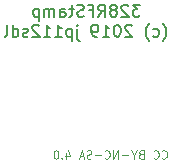
<source format=gbr>
G04 #@! TF.GenerationSoftware,KiCad,Pcbnew,(5.1.4-0-10_14)*
G04 #@! TF.CreationDate,2019-10-28T18:43:38+01:00*
G04 #@! TF.ProjectId,328RFStamp,33323852-4653-4746-916d-702e6b696361,rev?*
G04 #@! TF.SameCoordinates,Original*
G04 #@! TF.FileFunction,Legend,Bot*
G04 #@! TF.FilePolarity,Positive*
%FSLAX46Y46*%
G04 Gerber Fmt 4.6, Leading zero omitted, Abs format (unit mm)*
G04 Created by KiCad (PCBNEW (5.1.4-0-10_14)) date 2019-10-28 18:43:38*
%MOMM*%
%LPD*%
G04 APERTURE LIST*
%ADD10C,0.100000*%
%ADD11C,0.200000*%
G04 APERTURE END LIST*
D10*
X54023666Y-59241500D02*
X54057000Y-59274833D01*
X54157000Y-59308166D01*
X54223666Y-59308166D01*
X54323666Y-59274833D01*
X54390333Y-59208166D01*
X54423666Y-59141500D01*
X54457000Y-59008166D01*
X54457000Y-58908166D01*
X54423666Y-58774833D01*
X54390333Y-58708166D01*
X54323666Y-58641500D01*
X54223666Y-58608166D01*
X54157000Y-58608166D01*
X54057000Y-58641500D01*
X54023666Y-58674833D01*
X53323666Y-59241500D02*
X53357000Y-59274833D01*
X53457000Y-59308166D01*
X53523666Y-59308166D01*
X53623666Y-59274833D01*
X53690333Y-59208166D01*
X53723666Y-59141500D01*
X53757000Y-59008166D01*
X53757000Y-58908166D01*
X53723666Y-58774833D01*
X53690333Y-58708166D01*
X53623666Y-58641500D01*
X53523666Y-58608166D01*
X53457000Y-58608166D01*
X53357000Y-58641500D01*
X53323666Y-58674833D01*
X52257000Y-58941500D02*
X52157000Y-58974833D01*
X52123666Y-59008166D01*
X52090333Y-59074833D01*
X52090333Y-59174833D01*
X52123666Y-59241500D01*
X52157000Y-59274833D01*
X52223666Y-59308166D01*
X52490333Y-59308166D01*
X52490333Y-58608166D01*
X52257000Y-58608166D01*
X52190333Y-58641500D01*
X52157000Y-58674833D01*
X52123666Y-58741500D01*
X52123666Y-58808166D01*
X52157000Y-58874833D01*
X52190333Y-58908166D01*
X52257000Y-58941500D01*
X52490333Y-58941500D01*
X51657000Y-58974833D02*
X51657000Y-59308166D01*
X51890333Y-58608166D02*
X51657000Y-58974833D01*
X51423666Y-58608166D01*
X51190333Y-59041500D02*
X50657000Y-59041500D01*
X50323666Y-59308166D02*
X50323666Y-58608166D01*
X49923666Y-59308166D01*
X49923666Y-58608166D01*
X49190333Y-59241500D02*
X49223666Y-59274833D01*
X49323666Y-59308166D01*
X49390333Y-59308166D01*
X49490333Y-59274833D01*
X49557000Y-59208166D01*
X49590333Y-59141500D01*
X49623666Y-59008166D01*
X49623666Y-58908166D01*
X49590333Y-58774833D01*
X49557000Y-58708166D01*
X49490333Y-58641500D01*
X49390333Y-58608166D01*
X49323666Y-58608166D01*
X49223666Y-58641500D01*
X49190333Y-58674833D01*
X48890333Y-59041500D02*
X48357000Y-59041500D01*
X48057000Y-59274833D02*
X47957000Y-59308166D01*
X47790333Y-59308166D01*
X47723666Y-59274833D01*
X47690333Y-59241500D01*
X47657000Y-59174833D01*
X47657000Y-59108166D01*
X47690333Y-59041500D01*
X47723666Y-59008166D01*
X47790333Y-58974833D01*
X47923666Y-58941500D01*
X47990333Y-58908166D01*
X48023666Y-58874833D01*
X48057000Y-58808166D01*
X48057000Y-58741500D01*
X48023666Y-58674833D01*
X47990333Y-58641500D01*
X47923666Y-58608166D01*
X47757000Y-58608166D01*
X47657000Y-58641500D01*
X47390333Y-59108166D02*
X47057000Y-59108166D01*
X47457000Y-59308166D02*
X47223666Y-58608166D01*
X46990333Y-59308166D01*
X45923666Y-58841500D02*
X45923666Y-59308166D01*
X46090333Y-58574833D02*
X46257000Y-59074833D01*
X45823666Y-59074833D01*
X45557000Y-59241500D02*
X45523666Y-59274833D01*
X45557000Y-59308166D01*
X45590333Y-59274833D01*
X45557000Y-59241500D01*
X45557000Y-59308166D01*
X45090333Y-58608166D02*
X45023666Y-58608166D01*
X44957000Y-58641500D01*
X44923666Y-58674833D01*
X44890333Y-58741500D01*
X44857000Y-58874833D01*
X44857000Y-59041500D01*
X44890333Y-59174833D01*
X44923666Y-59241500D01*
X44957000Y-59274833D01*
X45023666Y-59308166D01*
X45090333Y-59308166D01*
X45157000Y-59274833D01*
X45190333Y-59241500D01*
X45223666Y-59174833D01*
X45257000Y-59041500D01*
X45257000Y-58874833D01*
X45223666Y-58741500D01*
X45190333Y-58674833D01*
X45157000Y-58641500D01*
X45090333Y-58608166D01*
D11*
X52172619Y-46290880D02*
X51553571Y-46290880D01*
X51886904Y-46671833D01*
X51744047Y-46671833D01*
X51648809Y-46719452D01*
X51601190Y-46767071D01*
X51553571Y-46862309D01*
X51553571Y-47100404D01*
X51601190Y-47195642D01*
X51648809Y-47243261D01*
X51744047Y-47290880D01*
X52029761Y-47290880D01*
X52125000Y-47243261D01*
X52172619Y-47195642D01*
X51172619Y-46386119D02*
X51125000Y-46338500D01*
X51029761Y-46290880D01*
X50791666Y-46290880D01*
X50696428Y-46338500D01*
X50648809Y-46386119D01*
X50601190Y-46481357D01*
X50601190Y-46576595D01*
X50648809Y-46719452D01*
X51220238Y-47290880D01*
X50601190Y-47290880D01*
X50029761Y-46719452D02*
X50125000Y-46671833D01*
X50172619Y-46624214D01*
X50220238Y-46528976D01*
X50220238Y-46481357D01*
X50172619Y-46386119D01*
X50125000Y-46338500D01*
X50029761Y-46290880D01*
X49839285Y-46290880D01*
X49744047Y-46338500D01*
X49696428Y-46386119D01*
X49648809Y-46481357D01*
X49648809Y-46528976D01*
X49696428Y-46624214D01*
X49744047Y-46671833D01*
X49839285Y-46719452D01*
X50029761Y-46719452D01*
X50125000Y-46767071D01*
X50172619Y-46814690D01*
X50220238Y-46909928D01*
X50220238Y-47100404D01*
X50172619Y-47195642D01*
X50125000Y-47243261D01*
X50029761Y-47290880D01*
X49839285Y-47290880D01*
X49744047Y-47243261D01*
X49696428Y-47195642D01*
X49648809Y-47100404D01*
X49648809Y-46909928D01*
X49696428Y-46814690D01*
X49744047Y-46767071D01*
X49839285Y-46719452D01*
X48648809Y-47290880D02*
X48982142Y-46814690D01*
X49220238Y-47290880D02*
X49220238Y-46290880D01*
X48839285Y-46290880D01*
X48744047Y-46338500D01*
X48696428Y-46386119D01*
X48648809Y-46481357D01*
X48648809Y-46624214D01*
X48696428Y-46719452D01*
X48744047Y-46767071D01*
X48839285Y-46814690D01*
X49220238Y-46814690D01*
X47886904Y-46767071D02*
X48220238Y-46767071D01*
X48220238Y-47290880D02*
X48220238Y-46290880D01*
X47744047Y-46290880D01*
X47410714Y-47243261D02*
X47267857Y-47290880D01*
X47029761Y-47290880D01*
X46934523Y-47243261D01*
X46886904Y-47195642D01*
X46839285Y-47100404D01*
X46839285Y-47005166D01*
X46886904Y-46909928D01*
X46934523Y-46862309D01*
X47029761Y-46814690D01*
X47220238Y-46767071D01*
X47315476Y-46719452D01*
X47363095Y-46671833D01*
X47410714Y-46576595D01*
X47410714Y-46481357D01*
X47363095Y-46386119D01*
X47315476Y-46338500D01*
X47220238Y-46290880D01*
X46982142Y-46290880D01*
X46839285Y-46338500D01*
X46553571Y-46624214D02*
X46172619Y-46624214D01*
X46410714Y-46290880D02*
X46410714Y-47148023D01*
X46363095Y-47243261D01*
X46267857Y-47290880D01*
X46172619Y-47290880D01*
X45410714Y-47290880D02*
X45410714Y-46767071D01*
X45458333Y-46671833D01*
X45553571Y-46624214D01*
X45744047Y-46624214D01*
X45839285Y-46671833D01*
X45410714Y-47243261D02*
X45505952Y-47290880D01*
X45744047Y-47290880D01*
X45839285Y-47243261D01*
X45886904Y-47148023D01*
X45886904Y-47052785D01*
X45839285Y-46957547D01*
X45744047Y-46909928D01*
X45505952Y-46909928D01*
X45410714Y-46862309D01*
X44934523Y-47290880D02*
X44934523Y-46624214D01*
X44934523Y-46719452D02*
X44886904Y-46671833D01*
X44791666Y-46624214D01*
X44648809Y-46624214D01*
X44553571Y-46671833D01*
X44505952Y-46767071D01*
X44505952Y-47290880D01*
X44505952Y-46767071D02*
X44458333Y-46671833D01*
X44363095Y-46624214D01*
X44220238Y-46624214D01*
X44125000Y-46671833D01*
X44077380Y-46767071D01*
X44077380Y-47290880D01*
X43601190Y-46624214D02*
X43601190Y-47624214D01*
X43601190Y-46671833D02*
X43505952Y-46624214D01*
X43315476Y-46624214D01*
X43220238Y-46671833D01*
X43172619Y-46719452D01*
X43125000Y-46814690D01*
X43125000Y-47100404D01*
X43172619Y-47195642D01*
X43220238Y-47243261D01*
X43315476Y-47290880D01*
X43505952Y-47290880D01*
X43601190Y-47243261D01*
X54101190Y-49371833D02*
X54148809Y-49324214D01*
X54244047Y-49181357D01*
X54291666Y-49086119D01*
X54339285Y-48943261D01*
X54386904Y-48705166D01*
X54386904Y-48514690D01*
X54339285Y-48276595D01*
X54291666Y-48133738D01*
X54244047Y-48038500D01*
X54148809Y-47895642D01*
X54101190Y-47848023D01*
X53291666Y-48943261D02*
X53386904Y-48990880D01*
X53577380Y-48990880D01*
X53672619Y-48943261D01*
X53720238Y-48895642D01*
X53767857Y-48800404D01*
X53767857Y-48514690D01*
X53720238Y-48419452D01*
X53672619Y-48371833D01*
X53577380Y-48324214D01*
X53386904Y-48324214D01*
X53291666Y-48371833D01*
X52958333Y-49371833D02*
X52910714Y-49324214D01*
X52815476Y-49181357D01*
X52767857Y-49086119D01*
X52720238Y-48943261D01*
X52672619Y-48705166D01*
X52672619Y-48514690D01*
X52720238Y-48276595D01*
X52767857Y-48133738D01*
X52815476Y-48038500D01*
X52910714Y-47895642D01*
X52958333Y-47848023D01*
X51482142Y-48086119D02*
X51434523Y-48038500D01*
X51339285Y-47990880D01*
X51101190Y-47990880D01*
X51005952Y-48038500D01*
X50958333Y-48086119D01*
X50910714Y-48181357D01*
X50910714Y-48276595D01*
X50958333Y-48419452D01*
X51529761Y-48990880D01*
X50910714Y-48990880D01*
X50291666Y-47990880D02*
X50196428Y-47990880D01*
X50101190Y-48038500D01*
X50053571Y-48086119D01*
X50005952Y-48181357D01*
X49958333Y-48371833D01*
X49958333Y-48609928D01*
X50005952Y-48800404D01*
X50053571Y-48895642D01*
X50101190Y-48943261D01*
X50196428Y-48990880D01*
X50291666Y-48990880D01*
X50386904Y-48943261D01*
X50434523Y-48895642D01*
X50482142Y-48800404D01*
X50529761Y-48609928D01*
X50529761Y-48371833D01*
X50482142Y-48181357D01*
X50434523Y-48086119D01*
X50386904Y-48038500D01*
X50291666Y-47990880D01*
X49005952Y-48990880D02*
X49577380Y-48990880D01*
X49291666Y-48990880D02*
X49291666Y-47990880D01*
X49386904Y-48133738D01*
X49482142Y-48228976D01*
X49577380Y-48276595D01*
X48529761Y-48990880D02*
X48339285Y-48990880D01*
X48244047Y-48943261D01*
X48196428Y-48895642D01*
X48101190Y-48752785D01*
X48053571Y-48562309D01*
X48053571Y-48181357D01*
X48101190Y-48086119D01*
X48148809Y-48038500D01*
X48244047Y-47990880D01*
X48434523Y-47990880D01*
X48529761Y-48038500D01*
X48577380Y-48086119D01*
X48625000Y-48181357D01*
X48625000Y-48419452D01*
X48577380Y-48514690D01*
X48529761Y-48562309D01*
X48434523Y-48609928D01*
X48244047Y-48609928D01*
X48148809Y-48562309D01*
X48101190Y-48514690D01*
X48053571Y-48419452D01*
X46863095Y-48324214D02*
X46863095Y-49181357D01*
X46910714Y-49276595D01*
X47005952Y-49324214D01*
X47053571Y-49324214D01*
X46863095Y-47990880D02*
X46910714Y-48038500D01*
X46863095Y-48086119D01*
X46815476Y-48038500D01*
X46863095Y-47990880D01*
X46863095Y-48086119D01*
X46386904Y-48324214D02*
X46386904Y-49324214D01*
X46386904Y-48371833D02*
X46291666Y-48324214D01*
X46101190Y-48324214D01*
X46005952Y-48371833D01*
X45958333Y-48419452D01*
X45910714Y-48514690D01*
X45910714Y-48800404D01*
X45958333Y-48895642D01*
X46005952Y-48943261D01*
X46101190Y-48990880D01*
X46291666Y-48990880D01*
X46386904Y-48943261D01*
X44958333Y-48990880D02*
X45529761Y-48990880D01*
X45244047Y-48990880D02*
X45244047Y-47990880D01*
X45339285Y-48133738D01*
X45434523Y-48228976D01*
X45529761Y-48276595D01*
X44005952Y-48990880D02*
X44577380Y-48990880D01*
X44291666Y-48990880D02*
X44291666Y-47990880D01*
X44386904Y-48133738D01*
X44482142Y-48228976D01*
X44577380Y-48276595D01*
X43625000Y-48086119D02*
X43577380Y-48038500D01*
X43482142Y-47990880D01*
X43244047Y-47990880D01*
X43148809Y-48038500D01*
X43101190Y-48086119D01*
X43053571Y-48181357D01*
X43053571Y-48276595D01*
X43101190Y-48419452D01*
X43672619Y-48990880D01*
X43053571Y-48990880D01*
X42672619Y-48943261D02*
X42577380Y-48990880D01*
X42386904Y-48990880D01*
X42291666Y-48943261D01*
X42244047Y-48848023D01*
X42244047Y-48800404D01*
X42291666Y-48705166D01*
X42386904Y-48657547D01*
X42529761Y-48657547D01*
X42625000Y-48609928D01*
X42672619Y-48514690D01*
X42672619Y-48467071D01*
X42625000Y-48371833D01*
X42529761Y-48324214D01*
X42386904Y-48324214D01*
X42291666Y-48371833D01*
X41386904Y-48990880D02*
X41386904Y-47990880D01*
X41386904Y-48943261D02*
X41482142Y-48990880D01*
X41672619Y-48990880D01*
X41767857Y-48943261D01*
X41815476Y-48895642D01*
X41863095Y-48800404D01*
X41863095Y-48514690D01*
X41815476Y-48419452D01*
X41767857Y-48371833D01*
X41672619Y-48324214D01*
X41482142Y-48324214D01*
X41386904Y-48371833D01*
X40767857Y-48990880D02*
X40863095Y-48943261D01*
X40910714Y-48848023D01*
X40910714Y-47990880D01*
M02*

</source>
